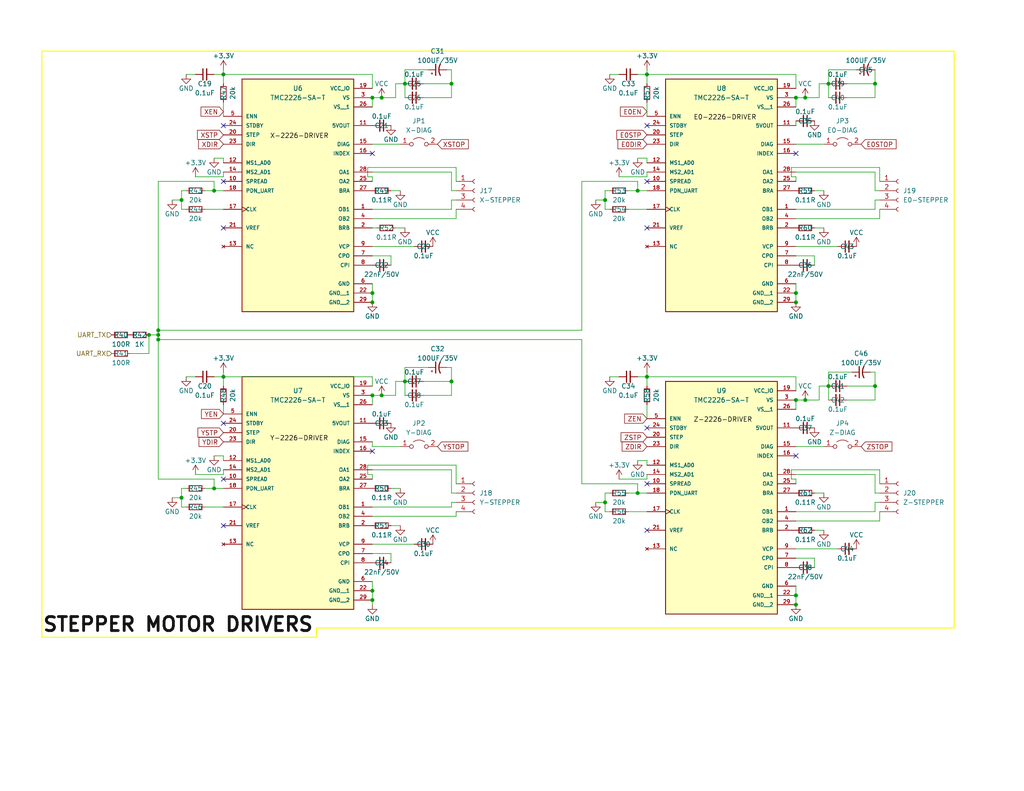
<source format=kicad_sch>
(kicad_sch (version 20211123) (generator eeschema)
  (paper "USLetter")
  (title_block (title "RP2040 Board") (rev "V0.1"))
  (lib_symbols
    (symbol "Connector:Conn_01x04_Female" (pin_names (offset 1.016) hide)
      (property "Reference" "J" (at 0 5.08 0))
      (property "Value" "Conn_01x04_Female" (at 0 -7.62 0))
      (symbol "Conn_01x04_Female_1_1"
        (arc (start 0 -4.572) (mid -0.508 -5.08) (end 0 -5.588) (stroke (width 0.1524)))
        (arc (start 0 -2.032) (mid -0.508 -2.54) (end 0 -3.048) (stroke (width 0.1524)))
        (polyline (pts (xy -1.27 -5.08) (xy -0.508 -5.08)) (stroke (width 0.1524)))
        (polyline (pts (xy -1.27 -2.54) (xy -0.508 -2.54)) (stroke (width 0.1524)))
        (polyline (pts (xy -1.27 0) (xy -0.508 0)) (stroke (width 0.1524)))
        (polyline (pts (xy -1.27 2.54) (xy -0.508 2.54)) (stroke (width 0.1524)))
        (arc (start 0 0.508) (mid -0.508 0) (end 0 -0.508) (stroke (width 0.1524)))
        (arc (start 0 3.048) (mid -0.508 2.54) (end 0 2.032) (stroke (width 0.1524)))
        (pin passive line (at -5.08 2.54 0) (length 3.81) (name "Pin_1") (number "1"))
        (pin passive line (at -5.08 0 0) (length 3.81) (name "Pin_2") (number "2"))
        (pin passive line (at -5.08 -2.54 0) (length 3.81) (name "Pin_3") (number "3"))
        (pin passive line (at -5.08 -5.08 0) (length 3.81) (name "Pin_4") (number "4"))
      )
    )
    (symbol "Device:C_Polarized_Small_US" (pin_numbers hide) (pin_names (offset 0.254) hide)
      (property "Reference" "C" (at 0.254 1.778 0))
      (property "Value" "C_Polarized_Small_US" (at 0.254 -2.032 0))
      (symbol "C_Polarized_Small_US_0_1"
        (polyline (pts (xy -1.524 0.508) (xy 1.524 0.508)) (stroke (width 0.3048)))
        (polyline (pts (xy -1.27 1.524) (xy -0.762 1.524)))
        (polyline (pts (xy -1.016 1.27) (xy -1.016 1.778)))
        (arc (start 1.524 -0.762) (mid 0 -0.3734) (end -1.524 -0.762) (stroke (width 0.3048)))
      )
      (symbol "C_Polarized_Small_US_1_1"
        (pin passive line (at 0 2.54 270) (length 2.032) (name "~") (number "1"))
        (pin passive line (at 0 -2.54 90) (length 2.032) (name "~") (number "2"))
      )
    )
    (symbol "Device:C_Small" (pin_numbers hide) (pin_names (offset 0.254) hide)
      (property "Reference" "C" (at 0.254 1.778 0))
      (property "Value" "C_Small" (at 0.254 -2.032 0))
      (symbol "C_Small_0_1"
        (polyline (pts (xy -1.524 -0.508) (xy 1.524 -0.508)) (stroke (width 0.3302)))
        (polyline (pts (xy -1.524 0.508) (xy 1.524 0.508)) (stroke (width 0.3048)))
      )
      (symbol "C_Small_1_1"
        (pin passive line (at 0 2.54 270) (length 2.032) (name "~") (number "1"))
        (pin passive line (at 0 -2.54 90) (length 2.032) (name "~") (number "2"))
      )
    )
    (symbol "Device:R_Small" (pin_numbers hide) (pin_names (offset 0.254) hide)
      (property "Reference" "R" (at 0.762 0.508 0))
      (property "Value" "R_Small" (at 0.762 -1.016 0))
      (symbol "R_Small_0_1"
        (rectangle (start -0.762 1.778) (end 0.762 -1.778) (stroke (width 0.2032)))
      )
      (symbol "R_Small_1_1"
        (pin passive line (at 0 2.54 270) (length 0.762) (name "~") (number "1"))
        (pin passive line (at 0 -2.54 90) (length 0.762) (name "~") (number "2"))
      )
    )
    (symbol "Jumper:Jumper_2_Open" (pin_names (offset 0) hide)
      (property "Reference" "JP" (at 0 2.794 0))
      (property "Value" "Jumper_2_Open" (at 0 -2.286 0))
      (symbol "Jumper_2_Open_0_0"
        (circle (center -2.032 0) (radius 0.508))
        (circle (center 2.032 0) (radius 0.508))
      )
      (symbol "Jumper_2_Open_0_1"
        (arc (start 1.524 1.27) (mid 0 1.778) (end -1.524 1.27))
      )
      (symbol "Jumper_2_Open_1_1"
        (pin passive line (at -5.08 0 0) (length 2.54) (name "A") (number "1"))
        (pin passive line (at 5.08 0 180) (length 2.54) (name "B") (number "2"))
      )
    )
    (symbol "TMC2226:TMC2226-SA-T" (pin_names (offset 1.016))
      (property "Reference" "U" (at -15.24 28.702 0))
      (property "Value" "TMC2226-SA-T" (at -15.24 -36.322 0))
      (symbol "TMC2226-SA-T_0_0"
        (rectangle (start -15.24 -35.56) (end 15.24 27.94) (stroke (width 0.254)) (fill (type background)))
        (pin output line (at 20.32 -7.62 180) (length 5.08) (name "OB1") (number "1"))
        (pin input line (at -20.32 0 0) (length 5.08) (name "SPREAD") (number "10"))
        (pin output line (at 20.32 15.24 180) (length 5.08) (name "5VOUT") (number "11"))
        (pin input line (at -20.32 5.08 0) (length 5.08) (name "MS1_AD0") (number "12"))
        (pin no_connect line (at -20.32 -17.78 0) (length 5.08) (name "NC") (number "13"))
        (pin input line (at -20.32 2.54 0) (length 5.08) (name "MS2_AD1") (number "14"))
        (pin output line (at 20.32 10.16 180) (length 5.08) (name "DIAG") (number "15"))
        (pin output line (at 20.32 7.62 180) (length 5.08) (name "INDEX") (number "16"))
        (pin input clock (at -20.32 -7.62 0) (length 5.08) (name "CLK") (number "17"))
        (pin bidirectional line (at -20.32 -2.54 0) (length 5.08) (name "PDN_UART") (number "18"))
        (pin power_in line (at 20.32 25.4 180) (length 5.08) (name "VCC_IO") (number "19"))
        (pin passive line (at 20.32 -12.7 180) (length 5.08) (name "BRB") (number "2"))
        (pin input line (at -20.32 12.7 0) (length 5.08) (name "STEP") (number "20"))
        (pin input line (at -20.32 -12.7 0) (length 5.08) (name "VREF") (number "21"))
        (pin power_in line (at 20.32 -30.48 180) (length 5.08) (name "GND__1") (number "22"))
        (pin input line (at -20.32 10.16 0) (length 5.08) (name "DIR") (number "23"))
        (pin input line (at -20.32 15.24 0) (length 5.08) (name "STDBY") (number "24"))
        (pin output line (at 20.32 0 180) (length 5.08) (name "OA2") (number "25"))
        (pin power_in line (at 20.32 20.32 180) (length 5.08) (name "VS__1") (number "26"))
        (pin passive line (at 20.32 -2.54 180) (length 5.08) (name "BRA") (number "27"))
        (pin output line (at 20.32 2.54 180) (length 5.08) (name "OA1") (number "28"))
        (pin power_in line (at 20.32 -33.02 180) (length 5.08) (name "GND__2") (number "29"))
        (pin power_in line (at 20.32 22.86 180) (length 5.08) (name "VS") (number "3"))
        (pin output line (at 20.32 -10.16 180) (length 5.08) (name "OB2") (number "4"))
        (pin input line (at -20.32 17.78 0) (length 5.08) (name "ENN") (number "5"))
        (pin power_in line (at 20.32 -27.94 180) (length 5.08) (name "GND") (number "6"))
        (pin passive line (at 20.32 -20.32 180) (length 5.08) (name "CPO") (number "7"))
        (pin passive line (at 20.32 -22.86 180) (length 5.08) (name "CPI") (number "8"))
        (pin passive line (at 20.32 -17.78 180) (length 5.08) (name "VCP") (number "9"))
      )
    )
    (symbol "power:+3.3V" (power) (pin_names (offset 0))
      (property "Value" "+3.3V" (at 0 3.556 0))
      (symbol "+3.3V_0_1"
        (polyline (pts (xy -0.762 1.27) (xy 0 2.54)))
        (polyline (pts (xy 0 0) (xy 0 2.54)))
        (polyline (pts (xy 0 2.54) (xy 0.762 1.27)))
      )
      (symbol "+3.3V_1_1"
        (pin power_in line (at 0 0 90) (length 0) hide (name "+3.3V") (number "1"))
      )
    )
    (symbol "power:GND" (power) (pin_names (offset 0))
      (property "Value" "GND" (at 0 -3.81 0))
      (symbol "GND_0_1"
        (polyline (pts (xy 0 0) (xy 0 -1.27) (xy 1.27 -1.27) (xy 0 -2.54) (xy -1.27 -1.27) (xy 0 -1.27)))
      )
      (symbol "GND_1_1"
        (pin power_in line (at 0 0 270) (length 0) hide (name "GND") (number "1"))
      )
    )
    (symbol "power:VCC" (power) (pin_names (offset 0))
      (property "Value" "VCC" (at 0 3.81 0))
      (symbol "VCC_0_1"
        (polyline (pts (xy -0.762 1.27) (xy 0 2.54)))
        (polyline (pts (xy 0 0) (xy 0 2.54)))
        (polyline (pts (xy 0 2.54) (xy 0.762 1.27)))
      )
      (symbol "VCC_1_1"
        (pin power_in line (at 0 0 90) (length 0) hide (name "VCC") (number "1"))
      )
    )
  )
  (junction (at 40.64 91.44))
  (junction (at 101.6 26.67))
  (junction (at 58.42 133.35))
  (junction (at 238.76 22.86))
  (junction (at 165.1 54.61))
  (junction (at 101.6 82.55))
  (junction (at 60.96 20.32))
  (junction (at 49.53 135.89))
  (junction (at 123.19 22.86))
  (junction (at 219.71 109.22))
  (junction (at 217.17 26.67))
  (junction (at 238.76 105.41))
  (junction (at 226.06 22.86))
  (junction (at 217.17 80.01))
  (junction (at 101.6 107.95))
  (junction (at 104.14 107.95))
  (junction (at 217.17 82.55))
  (junction (at 173.99 134.62))
  (junction (at 101.6 163.83))
  (junction (at 217.17 165.1))
  (junction (at 43.18 92.71))
  (junction (at 104.14 26.67))
  (junction (at 217.17 162.56))
  (junction (at 60.96 102.87))
  (junction (at 58.42 52.07))
  (junction (at 101.6 80.01))
  (junction (at 165.1 137.16))
  (junction (at 49.53 54.61))
  (junction (at 226.06 105.41))
  (junction (at 43.18 91.44))
  (junction (at 110.49 104.14))
  (junction (at 101.6 161.29))
  (junction (at 173.99 52.07))
  (junction (at 123.19 104.14))
  (junction (at 176.53 20.32))
  (junction (at 176.53 102.87))
  (junction (at 110.49 22.86))
  (junction (at 43.18 90.17))
  (junction (at 219.71 26.67))
  (junction (at 217.17 109.22))
  (no_connect (at 176.53 62.23))
  (no_connect (at 176.53 49.53))
  (no_connect (at 60.96 115.57))
  (no_connect (at 60.96 130.81))
  (no_connect (at 176.53 34.29))
  (no_connect (at 176.53 144.78))
  (no_connect (at 217.17 41.91))
  (no_connect (at 60.96 62.23))
  (no_connect (at 60.96 49.53))
  (no_connect (at 176.53 116.84))
  (no_connect (at 176.53 132.08))
  (no_connect (at 60.96 34.29))
  (no_connect (at 217.17 124.46))
  (no_connect (at 60.96 143.51))
  (no_connect (at 101.6 123.19))
  (no_connect (at 101.6 41.91))
  (wire (pts (xy 217.17 57.15) (xy 238.76 57.15)))
  (wire (pts (xy 223.52 105.41) (xy 226.06 105.41)))
  (wire (pts (xy 58.42 130.81) (xy 43.18 130.81)))
  (wire (pts (xy 238.76 52.07) (xy 240.03 52.07)))
  (wire (pts (xy 176.53 48.26) (xy 176.53 46.99)))
  (wire (pts (xy 217.17 20.32) (xy 217.17 24.13)))
  (wire (pts (xy 101.6 148.59) (xy 113.03 148.59)))
  (wire (pts (xy 58.42 20.32) (xy 60.96 20.32)))
  (wire (pts (xy 50.8 133.35) (xy 49.53 133.35)))
  (wire (pts (xy 58.42 124.46) (xy 60.96 124.46)))
  (wire (pts (xy 123.19 100.33) (xy 123.19 104.14)))
  (wire (pts (xy 176.53 20.32) (xy 217.17 20.32)))
  (wire (pts (xy 110.49 62.23) (xy 107.95 62.23)))
  (wire (pts (xy 43.18 92.71) (xy 158.75 92.71)))
  (wire (pts (xy 101.6 57.15) (xy 123.19 57.15)))
  (wire (pts (xy 101.6 121.92) (xy 101.6 120.65)))
  (wire (pts (xy 231.14 26.67) (xy 238.76 26.67)))
  (wire (pts (xy 100.33 45.72) (xy 124.46 45.72)))
  (wire (pts (xy 101.6 161.29) (xy 101.6 163.83)))
  (wire (pts (xy 226.06 22.86) (xy 226.06 26.67)))
  (wire (pts (xy 58.42 43.18) (xy 60.96 43.18)))
  (wire (pts (xy 60.96 102.87) (xy 101.6 102.87)))
  (wire (pts (xy 55.88 133.35) (xy 58.42 133.35)))
  (wire (pts (xy 101.6 26.67) (xy 101.6 29.21)))
  (wire (pts (xy 58.42 49.53) (xy 58.42 52.07)))
  (wire (pts (xy 233.68 19.05) (xy 226.06 19.05)))
  (wire (pts (xy 173.99 43.18) (xy 176.53 43.18)))
  (wire (pts (xy 55.88 52.07) (xy 58.42 52.07)))
  (wire (pts (xy 223.52 26.67) (xy 223.52 22.86)))
  (wire (pts (xy 101.6 20.32) (xy 101.6 24.13)))
  (wire (pts (xy 106.68 151.13) (xy 106.68 153.67)))
  (wire (pts (xy 176.53 130.81) (xy 176.53 129.54)))
  (wire (pts (xy 107.95 104.14) (xy 110.49 104.14)))
  (wire (pts (xy 35.56 96.52) (xy 40.64 96.52)))
  (wire (pts (xy 50.8 138.43) (xy 49.53 138.43)))
  (wire (pts (xy 173.99 125.73) (xy 176.53 125.73)))
  (wire (pts (xy 43.18 49.53) (xy 43.18 90.17)))
  (wire (pts (xy 232.41 101.6) (xy 226.06 101.6)))
  (wire (pts (xy 40.64 91.44) (xy 40.64 96.52)))
  (wire (pts (xy 217.17 77.47) (xy 217.17 80.01)))
  (wire (pts (xy 123.19 54.61) (xy 124.46 54.61)))
  (wire (pts (xy 101.6 129.54) (xy 100.33 129.54)))
  (wire (pts (xy 49.53 133.35) (xy 49.53 135.89)))
  (wire (pts (xy 238.76 19.05) (xy 238.76 22.86)))
  (wire (pts (xy 60.96 110.49) (xy 60.96 113.03)))
  (wire (pts (xy 226.06 19.05) (xy 226.06 22.86)))
  (wire (pts (xy 60.96 102.87) (xy 60.96 105.41)))
  (wire (pts (xy 238.76 134.62) (xy 240.03 134.62)))
  (wire (pts (xy 217.17 130.81) (xy 215.9 130.81)))
  (wire (pts (xy 107.95 107.95) (xy 107.95 104.14)))
  (wire (pts (xy 176.53 19.05) (xy 176.53 20.32)))
  (wire (pts (xy 165.1 139.7) (xy 165.1 137.16)))
  (polyline (pts (xy 260.35 13.97) (xy 260.35 171.45)) (stroke (width 0.25) (type solid) (color 255 248 0 1)))
  (wire (pts (xy 224.79 144.78) (xy 222.25 144.78)))
  (wire (pts (xy 217.17 152.4) (xy 222.25 152.4)))
  (wire (pts (xy 238.76 109.22) (xy 238.76 105.41)))
  (wire (pts (xy 60.96 20.32) (xy 60.96 22.86)))
  (wire (pts (xy 115.57 22.86) (xy 123.19 22.86)))
  (wire (pts (xy 217.17 67.31) (xy 228.6 67.31)))
  (wire (pts (xy 165.1 52.07) (xy 165.1 54.61)))
  (wire (pts (xy 217.17 142.24) (xy 240.03 142.24)))
  (wire (pts (xy 101.6 67.31) (xy 113.03 67.31)))
  (wire (pts (xy 217.17 46.99) (xy 238.76 46.99)))
  (wire (pts (xy 116.84 100.33) (xy 110.49 100.33)))
  (wire (pts (xy 217.17 139.7) (xy 238.76 139.7)))
  (wire (pts (xy 110.49 19.05) (xy 110.49 22.86)))
  (wire (pts (xy 217.17 26.67) (xy 217.17 29.21)))
  (wire (pts (xy 173.99 132.08) (xy 173.99 134.62)))
  (polyline (pts (xy 11.43 13.97) (xy 260.35 13.97)) (stroke (width 0.25) (type solid) (color 255 248 0 1)))
  (wire (pts (xy 107.95 22.86) (xy 110.49 22.86)))
  (wire (pts (xy 171.45 57.15) (xy 176.53 57.15)))
  (wire (pts (xy 109.22 52.07) (xy 106.68 52.07)))
  (wire (pts (xy 166.37 139.7) (xy 165.1 139.7)))
  (wire (pts (xy 231.14 22.86) (xy 238.76 22.86)))
  (wire (pts (xy 217.17 33.02) (xy 217.17 34.29)))
  (wire (pts (xy 101.6 69.85) (xy 106.68 69.85)))
  (wire (pts (xy 223.52 109.22) (xy 223.52 105.41)))
  (wire (pts (xy 50.8 102.87) (xy 53.34 102.87)))
  (wire (pts (xy 173.99 49.53) (xy 158.75 49.53)))
  (wire (pts (xy 176.53 43.18) (xy 176.53 44.45)))
  (wire (pts (xy 123.19 107.95) (xy 123.19 104.14)))
  (wire (pts (xy 60.96 101.6) (xy 60.96 102.87)))
  (wire (pts (xy 158.75 92.71) (xy 158.75 132.08)))
  (wire (pts (xy 123.19 19.05) (xy 123.19 22.86)))
  (wire (pts (xy 226.06 101.6) (xy 226.06 105.41)))
  (wire (pts (xy 238.76 137.16) (xy 240.03 137.16)))
  (wire (pts (xy 217.17 149.86) (xy 228.6 149.86)))
  (wire (pts (xy 176.53 125.73) (xy 176.53 127)))
  (wire (pts (xy 110.49 104.14) (xy 110.49 107.95)))
  (wire (pts (xy 60.96 20.32) (xy 101.6 20.32)))
  (wire (pts (xy 43.18 91.44) (xy 43.18 92.71)))
  (wire (pts (xy 217.17 80.01) (xy 217.17 82.55)))
  (polyline (pts (xy 86.36 171.45) (xy 86.36 173.99)) (stroke (width 0.25) (type solid) (color 255 248 0 1)))
  (wire (pts (xy 43.18 90.17) (xy 158.75 90.17)))
  (wire (pts (xy 215.9 128.27) (xy 240.03 128.27)))
  (wire (pts (xy 173.99 20.32) (xy 176.53 20.32)))
  (wire (pts (xy 168.91 48.26) (xy 176.53 48.26)))
  (wire (pts (xy 166.37 52.07) (xy 165.1 52.07)))
  (wire (pts (xy 166.37 102.87) (xy 168.91 102.87)))
  (wire (pts (xy 101.6 163.83) (xy 101.6 165.1)))
  (wire (pts (xy 101.6 80.01) (xy 101.6 82.55)))
  (wire (pts (xy 240.03 45.72) (xy 240.03 49.53)))
  (wire (pts (xy 166.37 20.32) (xy 168.91 20.32)))
  (wire (pts (xy 162.56 137.16) (xy 165.1 137.16)))
  (wire (pts (xy 46.99 54.61) (xy 49.53 54.61)))
  (wire (pts (xy 53.34 48.26) (xy 60.96 48.26)))
  (wire (pts (xy 123.19 46.99) (xy 123.19 52.07)))
  (wire (pts (xy 121.92 100.33) (xy 123.19 100.33)))
  (wire (pts (xy 58.42 133.35) (xy 58.42 130.81)))
  (wire (pts (xy 46.99 135.89) (xy 49.53 135.89)))
  (wire (pts (xy 116.84 19.05) (xy 110.49 19.05)))
  (wire (pts (xy 166.37 134.62) (xy 165.1 134.62)))
  (wire (pts (xy 123.19 52.07) (xy 124.46 52.07)))
  (wire (pts (xy 217.17 102.87) (xy 217.17 106.68)))
  (wire (pts (xy 124.46 127) (xy 124.46 132.08)))
  (wire (pts (xy 176.53 102.87) (xy 217.17 102.87)))
  (wire (pts (xy 224.79 52.07) (xy 222.25 52.07)))
  (wire (pts (xy 238.76 129.54) (xy 238.76 134.62)))
  (wire (pts (xy 60.96 43.18) (xy 60.96 44.45)))
  (wire (pts (xy 215.9 48.26) (xy 215.9 45.72)))
  (wire (pts (xy 238.76 139.7) (xy 238.76 137.16)))
  (wire (pts (xy 60.96 48.26) (xy 60.96 46.99)))
  (wire (pts (xy 215.9 130.81) (xy 215.9 128.27)))
  (wire (pts (xy 101.6 102.87) (xy 101.6 105.41)))
  (wire (pts (xy 240.03 142.24) (xy 240.03 139.7)))
  (wire (pts (xy 176.53 110.49) (xy 176.53 114.3)))
  (wire (pts (xy 43.18 49.53) (xy 58.42 49.53)))
  (wire (pts (xy 58.42 133.35) (xy 60.96 133.35)))
  (wire (pts (xy 219.71 109.22) (xy 223.52 109.22)))
  (wire (pts (xy 115.57 104.14) (xy 123.19 104.14)))
  (wire (pts (xy 60.96 129.54) (xy 60.96 128.27)))
  (wire (pts (xy 101.6 140.97) (xy 124.46 140.97)))
  (wire (pts (xy 100.33 127) (xy 124.46 127)))
  (wire (pts (xy 40.64 91.44) (xy 43.18 91.44)))
  (wire (pts (xy 109.22 133.35) (xy 106.68 133.35)))
  (wire (pts (xy 104.14 107.95) (xy 107.95 107.95)))
  (wire (pts (xy 217.17 129.54) (xy 238.76 129.54)))
  (wire (pts (xy 100.33 48.26) (xy 100.33 45.72)))
  (polyline (pts (xy 260.35 171.45) (xy 86.36 171.45)) (stroke (width 0.25) (type solid) (color 255 248 0 1)))
  (wire (pts (xy 176.53 102.87) (xy 176.53 105.41)))
  (wire (pts (xy 123.19 26.67) (xy 123.19 22.86)))
  (polyline (pts (xy 11.43 173.99) (xy 11.43 13.97)) (stroke (width 0.25) (type solid) (color 255 248 0 1)))
  (wire (pts (xy 158.75 132.08) (xy 173.99 132.08)))
  (wire (pts (xy 115.57 26.67) (xy 123.19 26.67)))
  (wire (pts (xy 240.03 128.27) (xy 240.03 132.08)))
  (wire (pts (xy 101.6 138.43) (xy 123.19 138.43)))
  (wire (pts (xy 176.53 27.94) (xy 176.53 31.75)))
  (wire (pts (xy 238.76 54.61) (xy 240.03 54.61)))
  (wire (pts (xy 101.6 59.69) (xy 124.46 59.69)))
  (wire (pts (xy 53.34 129.54) (xy 60.96 129.54)))
  (wire (pts (xy 217.17 121.92) (xy 224.79 121.92)))
  (wire (pts (xy 176.53 20.32) (xy 176.53 22.86)))
  (wire (pts (xy 43.18 90.17) (xy 43.18 91.44)))
  (wire (pts (xy 104.14 26.67) (xy 107.95 26.67)))
  (wire (pts (xy 171.45 52.07) (xy 173.99 52.07)))
  (wire (pts (xy 224.79 134.62) (xy 222.25 134.62)))
  (wire (pts (xy 165.1 134.62) (xy 165.1 137.16)))
  (wire (pts (xy 171.45 134.62) (xy 173.99 134.62)))
  (wire (pts (xy 101.6 158.75) (xy 101.6 161.29)))
  (wire (pts (xy 101.6 46.99) (xy 123.19 46.99)))
  (wire (pts (xy 123.19 137.16) (xy 124.46 137.16)))
  (wire (pts (xy 101.6 121.92) (xy 109.22 121.92)))
  (wire (pts (xy 168.91 130.81) (xy 176.53 130.81)))
  (wire (pts (xy 173.99 52.07) (xy 176.53 52.07)))
  (wire (pts (xy 123.19 128.27) (xy 123.19 134.62)))
  (wire (pts (xy 50.8 52.07) (xy 49.53 52.07)))
  (wire (pts (xy 176.53 101.6) (xy 176.53 102.87)))
  (wire (pts (xy 217.17 69.85) (xy 222.25 69.85)))
  (wire (pts (xy 224.79 62.23) (xy 222.25 62.23)))
  (wire (pts (xy 121.92 19.05) (xy 123.19 19.05)))
  (wire (pts (xy 217.17 49.53) (xy 217.17 48.26)))
  (wire (pts (xy 101.6 151.13) (xy 106.68 151.13)))
  (wire (pts (xy 222.25 152.4) (xy 222.25 154.94)))
  (wire (pts (xy 217.17 109.22) (xy 217.17 111.76)))
  (wire (pts (xy 231.14 105.41) (xy 238.76 105.41)))
  (wire (pts (xy 101.6 26.67) (xy 104.14 26.67)))
  (wire (pts (xy 60.96 19.05) (xy 60.96 20.32)))
  (wire (pts (xy 115.57 107.95) (xy 123.19 107.95)))
  (wire (pts (xy 217.17 132.08) (xy 217.17 130.81)))
  (wire (pts (xy 107.95 26.67) (xy 107.95 22.86)))
  (wire (pts (xy 166.37 57.15) (xy 165.1 57.15)))
  (wire (pts (xy 102.87 62.23) (xy 101.6 62.23)))
  (wire (pts (xy 123.19 57.15) (xy 123.19 54.61)))
  (wire (pts (xy 173.99 102.87) (xy 176.53 102.87)))
  (wire (pts (xy 240.03 59.69) (xy 240.03 57.15)))
  (wire (pts (xy 165.1 57.15) (xy 165.1 54.61)))
  (wire (pts (xy 101.6 49.53) (xy 101.6 48.26)))
  (wire (pts (xy 238.76 57.15) (xy 238.76 54.61)))
  (wire (pts (xy 101.6 129.54) (xy 101.6 130.81)))
  (wire (pts (xy 124.46 45.72) (xy 124.46 49.53)))
  (wire (pts (xy 101.6 107.95) (xy 104.14 107.95)))
  (wire (pts (xy 217.17 48.26) (xy 215.9 48.26)))
  (wire (pts (xy 110.49 22.86) (xy 110.49 26.67)))
  (wire (pts (xy 238.76 101.6) (xy 238.76 105.41)))
  (wire (pts (xy 223.52 22.86) (xy 226.06 22.86)))
  (wire (pts (xy 217.17 160.02) (xy 217.17 162.56)))
  (wire (pts (xy 123.19 134.62) (xy 124.46 134.62)))
  (wire (pts (xy 173.99 134.62) (xy 176.53 134.62)))
  (wire (pts (xy 124.46 140.97) (xy 124.46 139.7)))
  (wire (pts (xy 109.22 143.51) (xy 106.68 143.51)))
  (wire (pts (xy 101.6 48.26) (xy 100.33 48.26)))
  (wire (pts (xy 217.17 59.69) (xy 240.03 59.69)))
  (wire (pts (xy 162.56 54.61) (xy 165.1 54.61)))
  (wire (pts (xy 124.46 59.69) (xy 124.46 57.15)))
  (wire (pts (xy 100.33 129.54) (xy 100.33 127)))
  (wire (pts (xy 101.6 77.47) (xy 101.6 80.01)))
  (wire (pts (xy 58.42 52.07) (xy 60.96 52.07)))
  (wire (pts (xy 219.71 26.67) (xy 223.52 26.67)))
  (wire (pts (xy 173.99 52.07) (xy 173.99 49.53)))
  (wire (pts (xy 50.8 20.32) (xy 53.34 20.32)))
  (wire (pts (xy 217.17 162.56) (xy 217.17 165.1)))
  (wire (pts (xy 231.14 109.22) (xy 238.76 109.22)))
  (wire (pts (xy 171.45 139.7) (xy 176.53 139.7)))
  (wire (pts (xy 101.6 107.95) (xy 101.6 110.49)))
  (wire (pts (xy 60.96 124.46) (xy 60.96 125.73)))
  (wire (pts (xy 238.76 26.67) (xy 238.76 22.86)))
  (wire (pts (xy 222.25 69.85) (xy 222.25 72.39)))
  (wire (pts (xy 60.96 27.94) (xy 60.96 31.75)))
  (wire (pts (xy 55.88 138.43) (xy 60.96 138.43)))
  (wire (pts (xy 43.18 92.71) (xy 43.18 130.81)))
  (wire (pts (xy 49.53 57.15) (xy 49.53 54.61)))
  (wire (pts (xy 217.17 109.22) (xy 219.71 109.22)))
  (wire (pts (xy 226.06 105.41) (xy 226.06 109.22)))
  (wire (pts (xy 101.6 39.37) (xy 109.22 39.37)))
  (wire (pts (xy 217.17 39.37) (xy 224.79 39.37)))
  (wire (pts (xy 110.49 100.33) (xy 110.49 104.14)))
  (wire (pts (xy 58.42 102.87) (xy 60.96 102.87)))
  (wire (pts (xy 217.17 26.67) (xy 219.71 26.67)))
  (wire (pts (xy 123.19 138.43) (xy 123.19 137.16)))
  (wire (pts (xy 106.68 69.85) (xy 106.68 72.39)))
  (wire (pts (xy 238.76 46.99) (xy 238.76 52.07)))
  (wire (pts (xy 237.49 101.6) (xy 238.76 101.6)))
  (wire (pts (xy 49.53 52.07) (xy 49.53 54.61)))
  (polyline (pts (xy 11.43 173.99) (xy 86.36 173.99)) (stroke (width 0.25) (type solid) (color 255 248 0 1)))
  (wire (pts (xy 49.53 138.43) (xy 49.53 135.89)))
  (wire (pts (xy 215.9 45.72) (xy 240.03 45.72)))
  (wire (pts (xy 101.6 128.27) (xy 123.19 128.27)))
  (wire (pts (xy 50.8 57.15) (xy 49.53 57.15)))
  (wire (pts (xy 158.75 49.53) (xy 158.75 90.17)))
  (wire (pts (xy 55.88 57.15) (xy 60.96 57.15)))
  (label "E0-2226-DRIVER" (at 189.23 33.02 0))
  (label "X-2226-DRIVER" (at 73.66 38.1 0))
  (label "STEPPER MOTOR DRIVERS" (at 11.43 173.99 0) (effects (font (size 3.81 3.81) (thickness 0.762) bold)))
  (label "Z-2226-DRIVER" (at 189.23 115.57 0))
  (label "Y-2226-DRIVER" (at 73.66 120.65 0))
  (global_label "XEN" (shape input) (at 60.96 30.48 180) (property "Intersheet References" "${INTERSHEET_REFS}" (effects hide)))
  (global_label "E0STP" (shape input) (at 176.53 36.83 180) (property "Intersheet References" "${INTERSHEET_REFS}" (effects hide)))
  (global_label "XSTOP" (shape input) (at 119.38 39.37 0) (property "Intersheet References" "${INTERSHEET_REFS}" (effects hide)))
  (global_label "ZSTP" (shape input) (at 176.53 119.38 180) (property "Intersheet References" "${INTERSHEET_REFS}" (effects hide)))
  (global_label "YEN" (shape input) (at 60.96 113.03 180) (property "Intersheet References" "${INTERSHEET_REFS}" (effects hide)))
  (global_label "YSTOP" (shape input) (at 119.38 121.92 0) (property "Intersheet References" "${INTERSHEET_REFS}" (effects hide)))
  (global_label "ZDIR" (shape input) (at 176.53 121.92 180) (property "Intersheet References" "${INTERSHEET_REFS}" (effects hide)))
  (global_label "ZSTOP" (shape input) (at 234.95 121.92 0) (property "Intersheet References" "${INTERSHEET_REFS}" (effects hide)))
  (global_label "ZEN" (shape input) (at 176.53 114.3 180) (property "Intersheet References" "${INTERSHEET_REFS}" (effects hide)))
  (global_label "YSTP" (shape input) (at 60.96 118.11 180) (property "Intersheet References" "${INTERSHEET_REFS}" (effects hide)))
  (global_label "YDIR" (shape input) (at 60.96 120.65 180) (property "Intersheet References" "${INTERSHEET_REFS}" (effects hide)))
  (global_label "E0DIR" (shape input) (at 176.53 39.37 180) (property "Intersheet References" "${INTERSHEET_REFS}" (effects hide)))
  (global_label "E0EN" (shape input) (at 176.53 30.48 180) (property "Intersheet References" "${INTERSHEET_REFS}" (effects hide)))
  (global_label "XSTP" (shape input) (at 60.96 36.83 180) (property "Intersheet References" "${INTERSHEET_REFS}" (effects hide)))
  (global_label "E0STOP" (shape input) (at 234.95 39.37 0) (property "Intersheet References" "${INTERSHEET_REFS}" (effects hide)))
  (global_label "XDIR" (shape input) (at 60.96 39.37 180) (property "Intersheet References" "${INTERSHEET_REFS}" (effects hide)))
  (hierarchical_label "UART_TX" (shape input) (at 30.48 91.44 180))
  (hierarchical_label "UART_RX" (shape input) (at 30.48 96.52 180))
  (symbol (lib_id "power:VCC") (at 219.71 109.22 0) (unit 1)
    (property "Reference" "#PWR0196" (effects hide))
    (property "Value" "VCC" (at 219.71 105.41 0))
  )
  (symbol (lib_id "power:GND") (at 109.22 143.51 0) (unit 1)
    (property "Reference" "#PWR0175" (effects hide))
    (property "Value" "GND" (at 109.22 147.32 0))
  )
  (symbol (lib_id "power:GND") (at 162.56 54.61 0) (unit 1)
    (property "Reference" "#PWR0189" (effects hide))
    (property "Value" "GND" (at 162.56 58.42 0))
  )
  (symbol (lib_id "Device:R_Small") (at 60.96 25.4 0) (unit 1)
    (property "Reference" "R47" (at 60.96 25.4 90))
    (property "Value" "20k" (at 63.5 25.4 90))
  )
  (symbol (lib_id "Device:C_Small") (at 228.6 22.86 270) (unit 1)
    (property "Reference" "C39" (at 228.6 22.86 90))
    (property "Value" "0.1uF" (at 228.6 20.32 90))
  )
  (symbol (lib_id "power:VCC") (at 233.68 67.31 0) (unit 1)
    (property "Reference" "#PWR0194" (effects hide))
    (property "Value" "VCC" (at 233.68 63.5 0))
  )
  (symbol (lib_id "power:+3.3V") (at 168.91 130.81 0) (unit 1)
    (property "Reference" "#PWR0181" (effects hide))
    (property "Value" "+3.3V" (at 168.91 127 0))
  )
  (symbol (lib_id "Device:C_Small") (at 104.14 34.29 270) (unit 1)
    (property "Reference" "C21" (at 104.14 34.29 90))
    (property "Value" "0.1uF" (at 104.14 31.75 90))
  )
  (symbol (lib_id "power:VCC") (at 233.68 149.86 0) (unit 1)
    (property "Reference" "#PWR0185" (effects hide))
    (property "Value" "VCC" (at 233.68 146.05 0))
  )
  (symbol (lib_id "power:GND") (at 166.37 102.87 0) (unit 1)
    (property "Reference" "#PWR0184" (effects hide))
    (property "Value" "GND" (at 166.37 106.68 0))
  )
  (symbol (lib_id "Connector:Conn_01x04_Female") (at 129.54 134.62 0) (unit 1)
    (property "Reference" "J18" (at 130.81 134.6199 0) (effects (justify left)))
    (property "Value" "Y-STEPPER" (at 130.81 137.1599 0) (effects (justify left)))
  )
  (symbol (lib_id "power:GND") (at 58.42 124.46 0) (unit 1)
    (property "Reference" "#PWR0179" (effects hide))
    (property "Value" "GND" (at 58.42 128.27 0))
  )
  (symbol (lib_id "power:VCC") (at 219.71 26.67 0) (unit 1)
    (property "Reference" "#PWR0191" (effects hide))
    (property "Value" "VCC" (at 219.71 22.86 0))
  )
  (symbol (lib_id "power:VCC") (at 104.14 107.95 0) (unit 1)
    (property "Reference" "#PWR0171" (effects hide))
    (property "Value" "VCC" (at 104.14 104.14 0))
  )
  (symbol (lib_id "Device:R_Small") (at 219.71 52.07 90) (unit 1)
    (property "Reference" "R59" (at 219.71 52.07 90))
    (property "Value" "0.11R" (at 219.71 54.61 90))
  )
  (symbol (lib_id "Device:R_Small") (at 104.14 133.35 90) (unit 1)
    (property "Reference" "R50" (at 104.14 133.35 90))
    (property "Value" "0.11R" (at 104.14 135.89 90))
  )
  (symbol (lib_id "power:+3.3V") (at 176.53 19.05 0) (unit 1)
    (property "Reference" "#PWR0198" (effects hide))
    (property "Value" "+3.3V" (at 176.53 15.24 0))
  )
  (symbol (lib_id "Device:C_Small") (at 219.71 116.84 270) (unit 1)
    (property "Reference" "C37" (at 219.71 116.84 90))
    (property "Value" "0.1uF" (at 219.71 114.3 90))
  )
  (symbol (lib_id "power:GND") (at 166.37 20.32 0) (unit 1)
    (property "Reference" "#PWR0199" (effects hide))
    (property "Value" "GND" (at 166.37 24.13 0))
  )
  (symbol (lib_id "TMC2226:TMC2226-SA-T") (at 81.28 49.53 0) (unit 1)
    (property "Reference" "U6" (at 81.28 24.13 0))
    (property "Value" "TMC2226-SA-T" (at 81.28 26.67 0))
    (property "Footprint" "SOP65P640X120-29N" (effects hide))
    (property "MAXIMUM_PACKAGE_HEIGHT" "1.2mm" (effects hide))
    (property "MANUFACTURER" "Trinamic" (effects hide))
    (property "PARTREV" "V1.08" (effects hide))
    (property "STANDARD" "IPC 7351B" (effects hide))
  )
  (symbol (lib_id "power:+3.3V") (at 168.91 48.26 0) (unit 1)
    (property "Reference" "#PWR0201" (effects hide))
    (property "Value" "+3.3V" (at 168.91 44.45 0))
  )
  (symbol (lib_id "power:GND") (at 58.42 43.18 0) (unit 1)
    (property "Reference" "#PWR0204" (effects hide))
    (property "Value" "GND" (at 58.42 46.99 0))
  )
  (symbol (lib_id "Device:C_Polarized_Small_US") (at 119.38 19.05 90) (unit 1)
    (property "Reference" "C31" (at 119.38 13.97 90))
    (property "Value" "100UF/35V" (at 119.38 16.51 90))
  )
  (symbol (lib_id "power:GND") (at 106.68 115.57 0) (unit 1)
    (property "Reference" "#PWR0170" (effects hide))
    (property "Value" "GND" (at 106.68 119.38 0))
  )
  (symbol (lib_id "power:GND") (at 217.17 82.55 0) (unit 1)
    (property "Reference" "#PWR0195" (effects hide))
    (property "Value" "GND" (at 217.17 86.36 0))
  )
  (symbol (lib_id "Device:R_Small") (at 53.34 138.43 270) (unit 1)
    (property "Reference" "R46" (at 53.34 138.43 90))
    (property "Value" "20k" (at 53.34 140.97 90))
  )
  (symbol (lib_id "power:GND") (at 101.6 165.1 0) (unit 1)
    (property "Reference" "#PWR0169" (effects hide))
    (property "Value" "GND" (at 101.6 168.91 0))
  )
  (symbol (lib_id "Device:C_Small") (at 219.71 33.02 270) (unit 1)
    (property "Reference" "C35" (at 219.71 33.02 90))
    (property "Value" "0.1uF" (at 219.71 30.48 90))
  )
  (symbol (lib_id "Device:R_Small") (at 219.71 62.23 270) (unit 1)
    (property "Reference" "R60" (at 219.71 62.23 90))
    (property "Value" "0.11R" (at 219.71 64.77 90))
  )
  (symbol (lib_id "power:+3.3V") (at 60.96 19.05 0) (unit 1)
    (property "Reference" "#PWR0203" (effects hide))
    (property "Value" "+3.3V" (at 60.96 15.24 0))
  )
  (symbol (lib_id "Device:C_Small") (at 104.14 153.67 90) (unit 1)
    (property "Reference" "C24" (at 104.14 153.67 90))
    (property "Value" "22nF/50V" (at 104.14 156.21 90))
  )
  (symbol (lib_id "Device:C_Small") (at 113.03 22.86 270) (unit 1)
    (property "Reference" "C25" (at 113.03 22.86 90))
    (property "Value" "0.1uF" (at 113.03 20.32 90))
  )
  (symbol (lib_id "Connector:Conn_01x04_Female") (at 129.54 52.07 0) (unit 1)
    (property "Reference" "J17" (at 130.81 52.0699 0) (effects (justify left)))
    (property "Value" "X-STEPPER" (at 130.81 54.6099 0) (effects (justify left)))
  )
  (symbol (lib_id "Device:C_Small") (at 113.03 104.14 270) (unit 1)
    (property "Reference" "C27" (at 113.03 104.14 90))
    (property "Value" "0.1uF" (at 113.03 101.6 90))
  )
  (symbol (lib_id "TMC2226:TMC2226-SA-T") (at 196.85 49.53 0) (unit 1)
    (property "Reference" "U8" (at 196.85 24.13 0))
    (property "Value" "TMC2226-SA-T" (at 196.85 26.67 0))
    (property "Footprint" "SOP65P640X120-29N" (effects hide))
    (property "MAXIMUM_PACKAGE_HEIGHT" "1.2mm" (effects hide))
    (property "MANUFACTURER" "Trinamic" (effects hide))
    (property "PARTREV" "V1.08" (effects hide))
    (property "STANDARD" "IPC 7351B" (effects hide))
  )
  (symbol (lib_id "power:GND") (at 162.56 137.16 0) (unit 1)
    (property "Reference" "#PWR0183" (effects hide))
    (property "Value" "GND" (at 162.56 140.97 0))
  )
  (symbol (lib_id "power:GND") (at 222.25 33.02 0) (unit 1)
    (property "Reference" "#PWR0190" (effects hide))
    (property "Value" "GND" (at 222.25 36.83 0))
  )
  (symbol (lib_id "Device:C_Small") (at 115.57 67.31 90) (unit 1)
    (property "Reference" "C29" (at 115.57 67.31 90))
    (property "Value" "0.1uF" (at 115.57 69.85 90))
  )
  (symbol (lib_id "TMC2226:TMC2226-SA-T") (at 81.28 130.81 0) (unit 1)
    (property "Reference" "U7" (at 81.28 106.68 0))
    (property "Value" "TMC2226-SA-T" (at 81.28 109.22 0))
    (property "Footprint" "SOP65P640X120-29N" (effects hide))
    (property "MAXIMUM_PACKAGE_HEIGHT" "1.2mm" (effects hide))
    (property "MANUFACTURER" "Trinamic" (effects hide))
    (property "PARTREV" "V1.08" (effects hide))
    (property "STANDARD" "IPC 7351B" (effects hide))
  )
  (symbol (lib_id "Device:R_Small") (at 105.41 62.23 270) (unit 1)
    (property "Reference" "R52" (at 105.41 62.23 90))
    (property "Value" "0.11R" (at 105.41 64.77 90))
  )
  (symbol (lib_id "Device:R_Small") (at 53.34 133.35 270) (unit 1)
    (property "Reference" "R45" (at 53.34 133.35 90))
    (property "Value" "20k" (at 53.34 135.89 90))
  )
  (symbol (lib_id "Device:R_Small") (at 33.02 96.52 270) (unit 1)
    (property "Reference" "R41" (at 33.02 96.52 90))
    (property "Value" "100R" (at 33.02 99.06 90))
  )
  (symbol (lib_id "Device:C_Polarized_Small_US") (at 234.95 101.6 90) (unit 1)
    (property "Reference" "C46" (at 234.95 96.52 90))
    (property "Value" "100UF/35V" (at 234.95 99.06 90))
  )
  (symbol (lib_id "power:GND") (at 50.8 20.32 0) (unit 1)
    (property "Reference" "#PWR0202" (effects hide))
    (property "Value" "GND" (at 50.8 24.13 0))
  )
  (symbol (lib_id "Device:C_Small") (at 228.6 109.22 270) (unit 1)
    (property "Reference" "C42" (at 228.6 109.22 90))
    (property "Value" "0.1uF" (at 228.6 111.76 90))
  )
  (symbol (lib_id "Device:C_Small") (at 171.45 20.32 90) (unit 1)
    (property "Reference" "C33" (at 171.45 22.86 90))
    (property "Value" "0.1uF" (at 171.45 25.4 90))
  )
  (symbol (lib_id "power:GND") (at 106.68 34.29 0) (unit 1)
    (property "Reference" "#PWR0211" (effects hide))
    (property "Value" "GND" (at 106.68 38.1 0))
  )
  (symbol (lib_id "power:GND") (at 224.79 52.07 0) (unit 1)
    (property "Reference" "#PWR0193" (effects hide))
    (property "Value" "GND" (at 224.79 55.88 0))
  )
  (symbol (lib_id "Device:R_Small") (at 176.53 25.4 0) (unit 1)
    (property "Reference" "R57" (at 176.53 25.4 90))
    (property "Value" "20k" (at 179.07 25.4 90))
  )
  (symbol (lib_id "power:+3.3V") (at 60.96 101.6 0) (unit 1)
    (property "Reference" "#PWR0172" (effects hide))
    (property "Value" "+3.3V" (at 60.96 97.79 0))
  )
  (symbol (lib_id "Connector:Conn_01x04_Female") (at 245.11 52.07 0) (unit 1)
    (property "Reference" "J19" (at 246.38 52.0699 0) (effects (justify left)))
    (property "Value" "E0-STEPPER" (at 246.38 54.6099 0) (effects (justify left)))
  )
  (symbol (lib_id "Device:R_Small") (at 168.91 57.15 270) (unit 1)
    (property "Reference" "R54" (at 168.91 57.15 90))
    (property "Value" "20k" (at 168.91 59.69 90))
  )
  (symbol (lib_id "power:VCC") (at 118.11 148.59 0) (unit 1)
    (property "Reference" "#PWR0176" (effects hide))
    (property "Value" "VCC" (at 118.11 144.78 0))
  )
  (symbol (lib_id "Device:C_Polarized_Small_US") (at 119.38 100.33 90) (unit 1)
    (property "Reference" "C32" (at 119.38 95.25 90))
    (property "Value" "100UF/35V" (at 119.38 97.79 90))
  )
  (symbol (lib_id "power:GND") (at 217.17 165.1 0) (unit 1)
    (property "Reference" "#PWR0187" (effects hide))
    (property "Value" "GND" (at 217.17 168.91 0))
  )
  (symbol (lib_id "power:+3.3V") (at 53.34 129.54 0) (unit 1)
    (property "Reference" "#PWR0178" (effects hide))
    (property "Value" "+3.3V" (at 53.34 125.73 0))
  )
  (symbol (lib_id "power:GND") (at 101.6 82.55 0) (unit 1)
    (property "Reference" "#PWR0209" (effects hide))
    (property "Value" "GND" (at 101.6 86.36 0))
  )
  (symbol (lib_id "Device:R_Small") (at 104.14 143.51 270) (unit 1)
    (property "Reference" "R51" (at 104.14 143.51 90))
    (property "Value" "0.11R" (at 104.14 146.05 90))
  )
  (symbol (lib_id "Device:R_Small") (at 168.91 52.07 270) (unit 1)
    (property "Reference" "R53" (at 168.91 52.07 90))
    (property "Value" "20k" (at 168.91 54.61 90))
  )
  (symbol (lib_id "Device:C_Polarized_Small_US") (at 236.22 19.05 90) (unit 1)
    (property "Reference" "C45" (at 236.22 19.05 90))
    (property "Value" "100UF/35V" (at 236.22 16.51 90))
  )
  (symbol (lib_id "Device:C_Small") (at 55.88 20.32 90) (unit 1)
    (property "Reference" "C19" (at 55.88 22.86 90))
    (property "Value" "0.1uF" (at 55.88 25.4 90))
  )
  (symbol (lib_id "Device:R_Small") (at 219.71 144.78 270) (unit 1)
    (property "Reference" "R62" (at 219.71 144.78 90))
    (property "Value" "0.11R" (at 219.71 147.32 90))
  )
  (symbol (lib_id "Device:C_Small") (at 228.6 26.67 270) (unit 1)
    (property "Reference" "C40" (at 228.6 26.67 90))
    (property "Value" "0.1uF" (at 228.6 29.21 90))
  )
  (symbol (lib_id "Device:C_Small") (at 113.03 26.67 270) (unit 1)
    (property "Reference" "C26" (at 113.03 26.67 90))
    (property "Value" "0.1uF" (at 113.03 29.21 90))
  )
  (symbol (lib_id "power:GND") (at 222.25 116.84 0) (unit 1)
    (property "Reference" "#PWR0197" (effects hide))
    (property "Value" "GND" (at 222.25 120.65 0))
  )
  (symbol (lib_id "Device:C_Small") (at 171.45 102.87 90) (unit 1)
    (property "Reference" "C34" (at 171.45 105.41 90))
    (property "Value" "0.1uF" (at 171.45 107.95 90))
  )
  (symbol (lib_id "Connector:Conn_01x04_Female") (at 245.11 134.62 0) (unit 1)
    (property "Reference" "J20" (at 246.38 134.6199 0) (effects (justify left)))
    (property "Value" "Z-STEPPER" (at 246.38 137.1599 0) (effects (justify left)))
  )
  (symbol (lib_id "Device:C_Small") (at 113.03 107.95 270) (unit 1)
    (property "Reference" "C28" (at 113.03 107.95 90))
    (property "Value" "0.1uF" (at 113.03 110.49 90))
  )
  (symbol (lib_id "power:GND") (at 46.99 135.89 0) (unit 1)
    (property "Reference" "#PWR0177" (effects hide))
    (property "Value" "GND" (at 46.99 139.7 0))
  )
  (symbol (lib_id "Jumper:Jumper_2_Open") (at 229.87 39.37 0) (unit 1)
    (property "Reference" "JP3" (at 229.87 33.02 0))
    (property "Value" "E0-DIAG" (at 229.87 35.56 0))
  )
  (symbol (lib_id "Device:R_Small") (at 60.96 107.95 0) (unit 1)
    (property "Reference" "R48" (at 60.96 107.95 90))
    (property "Value" "20k" (at 63.5 107.95 90))
  )
  (symbol (lib_id "power:GND") (at 50.8 102.87 0) (unit 1)
    (property "Reference" "#PWR0173" (effects hide))
    (property "Value" "GND" (at 50.8 106.68 0))
  )
  (symbol (lib_id "power:VCC") (at 104.14 26.67 0) (unit 1)
    (property "Reference" "#PWR0212" (effects hide))
    (property "Value" "VCC" (at 104.14 22.86 0))
  )
  (symbol (lib_id "Device:R_Small") (at 33.02 91.44 270) (unit 1)
    (property "Reference" "R40" (at 33.02 91.44 90))
    (property "Value" "100R" (at 33.02 93.98 90))
  )
  (symbol (lib_id "Device:R_Small") (at 53.34 52.07 270) (unit 1)
    (property "Reference" "R43" (at 53.34 52.07 90))
    (property "Value" "20k" (at 53.34 54.61 90))
  )
  (symbol (lib_id "power:GND") (at 173.99 43.18 0) (unit 1)
    (property "Reference" "#PWR0200" (effects hide))
    (property "Value" "GND" (at 173.99 46.99 0))
  )
  (symbol (lib_id "power:GND") (at 110.49 62.23 0) (unit 1)
    (property "Reference" "#PWR0206" (effects hide))
    (property "Value" "GND" (at 110.49 66.04 0))
  )
  (symbol (lib_id "power:+3.3V") (at 176.53 101.6 0) (unit 1)
    (property "Reference" "#PWR0182" (effects hide))
    (property "Value" "+3.3V" (at 176.53 97.79 0))
  )
  (symbol (lib_id "Device:C_Small") (at 231.14 67.31 90) (unit 1)
    (property "Reference" "C43" (at 231.14 67.31 90))
    (property "Value" "0.1uF" (at 231.14 69.85 90))
  )
  (symbol (lib_id "Device:C_Small") (at 104.14 72.39 90) (unit 1)
    (property "Reference" "C22" (at 104.14 72.39 90))
    (property "Value" "22nF/50V" (at 104.14 74.93 90))
  )
  (symbol (lib_id "Device:C_Small") (at 219.71 154.94 90) (unit 1)
    (property "Reference" "C38" (at 219.71 154.94 90))
    (property "Value" "22nF/50V" (at 219.71 157.48 90))
  )
  (symbol (lib_id "Device:C_Small") (at 115.57 148.59 90) (unit 1)
    (property "Reference" "C30" (at 115.57 148.59 90))
    (property "Value" "0.1uF" (at 115.57 151.13 90))
  )
  (symbol (lib_id "Device:C_Small") (at 231.14 149.86 90) (unit 1)
    (property "Reference" "C44" (at 231.14 149.86 90))
    (property "Value" "0.1uF" (at 231.14 152.4 90))
  )
  (symbol (lib_id "power:GND") (at 109.22 52.07 0) (unit 1)
    (property "Reference" "#PWR0208" (effects hide))
    (property "Value" "GND" (at 109.22 55.88 0))
  )
  (symbol (lib_id "power:GND") (at 173.99 125.73 0) (unit 1)
    (property "Reference" "#PWR0180" (effects hide))
    (property "Value" "GND" (at 173.99 129.54 0))
  )
  (symbol (lib_id "power:GND") (at 224.79 144.78 0) (unit 1)
    (property "Reference" "#PWR0186" (effects hide))
    (property "Value" "GND" (at 224.79 148.59 0))
  )
  (symbol (lib_id "TMC2226:TMC2226-SA-T") (at 196.85 132.08 0) (unit 1)
    (property "Reference" "U9" (at 196.85 106.68 0))
    (property "Value" "TMC2226-SA-T" (at 196.85 109.22 0))
    (property "Footprint" "SOP65P640X120-29N" (effects hide))
    (property "MAXIMUM_PACKAGE_HEIGHT" "1.2mm" (effects hide))
    (property "MANUFACTURER" "Trinamic" (effects hide))
    (property "PARTREV" "V1.08" (effects hide))
    (property "STANDARD" "IPC 7351B" (effects hide))
  )
  (symbol (lib_id "Device:R_Small") (at 104.14 52.07 90) (unit 1)
    (property "Reference" "R49" (at 104.14 52.07 90))
    (property "Value" "0.11R" (at 104.14 54.61 90))
  )
  (symbol (lib_id "Device:C_Small") (at 219.71 72.39 90) (unit 1)
    (property "Reference" "C36" (at 219.71 72.39 90))
    (property "Value" "22nF/50V" (at 219.71 74.93 90))
  )
  (symbol (lib_id "Device:R_Small") (at 38.1 91.44 270) (unit 1)
    (property "Reference" "R42" (at 38.1 91.44 90))
    (property "Value" "1K" (at 38.1 93.98 90))
  )
  (symbol (lib_id "Jumper:Jumper_2_Open") (at 229.87 121.92 0) (unit 1)
    (property "Reference" "JP4" (at 229.87 115.57 0))
    (property "Value" "Z-DIAG" (at 229.87 118.11 0))
  )
  (symbol (lib_id "power:GND") (at 109.22 133.35 0) (unit 1)
    (property "Reference" "#PWR0174" (effects hide))
    (property "Value" "GND" (at 109.22 137.16 0))
  )
  (symbol (lib_id "Device:R_Small") (at 53.34 57.15 270) (unit 1)
    (property "Reference" "R44" (at 53.34 57.15 90))
    (property "Value" "20k" (at 53.34 59.69 90))
  )
  (symbol (lib_id "power:GND") (at 224.79 134.62 0) (unit 1)
    (property "Reference" "#PWR0188" (effects hide))
    (property "Value" "GND" (at 224.79 138.43 0))
  )
  (symbol (lib_id "Jumper:Jumper_2_Open") (at 114.3 39.37 0) (unit 1)
    (property "Reference" "JP1" (at 114.3 33.02 0))
    (property "Value" "X-DIAG" (at 114.3 35.56 0))
  )
  (symbol (lib_id "power:VCC") (at 118.11 67.31 0) (unit 1)
    (property "Reference" "#PWR0207" (effects hide))
    (property "Value" "VCC" (at 118.11 63.5 0))
  )
  (symbol (lib_id "Device:R_Small") (at 168.91 139.7 270) (unit 1)
    (property "Reference" "R56" (at 168.91 139.7 90))
    (property "Value" "20k" (at 168.91 142.24 90))
  )
  (symbol (lib_id "Device:R_Small") (at 176.53 107.95 0) (unit 1)
    (property "Reference" "R58" (at 176.53 107.95 90))
    (property "Value" "20k" (at 179.07 107.95 90))
  )
  (symbol (lib_id "Device:R_Small") (at 168.91 134.62 270) (unit 1)
    (property "Reference" "R55" (at 168.91 134.62 90))
    (property "Value" "20k" (at 168.91 137.16 90))
  )
  (symbol (lib_id "power:+3.3V") (at 53.34 48.26 0) (unit 1)
    (property "Reference" "#PWR0205" (effects hide))
    (property "Value" "+3.3V" (at 53.34 44.45 0))
  )
  (symbol (lib_id "Device:C_Small") (at 55.88 102.87 90) (unit 1)
    (property "Reference" "C20" (at 55.88 105.41 90))
    (property "Value" "0.1uF" (at 55.88 107.95 90))
  )
  (symbol (lib_id "power:GND") (at 46.99 54.61 0) (unit 1)
    (property "Reference" "#PWR0210" (effects hide))
    (property "Value" "GND" (at 46.99 58.42 0))
  )
  (symbol (lib_id "Device:C_Small") (at 228.6 105.41 270) (unit 1)
    (property "Reference" "C41" (at 228.6 105.41 90))
    (property "Value" "0.1uF" (at 228.6 102.87 90))
  )
  (symbol (lib_id "Device:C_Small") (at 104.14 115.57 270) (unit 1)
    (property "Reference" "C23" (at 104.14 115.57 90))
    (property "Value" "0.1uF" (at 104.14 113.03 90))
  )
  (symbol (lib_id "Jumper:Jumper_2_Open") (at 114.3 121.92 0) (unit 1)
    (property "Reference" "JP2" (at 114.3 115.57 0))
    (property "Value" "Y-DIAG" (at 114.3 118.11 0))
  )
  (symbol (lib_id "Device:R_Small") (at 219.71 134.62 90) (unit 1)
    (property "Reference" "R61" (at 219.71 134.62 90))
    (property "Value" "0.11R" (at 219.71 137.16 90))
  )
  (symbol (lib_id "power:GND") (at 224.79 62.23 0) (unit 1)
    (property "Reference" "#PWR0192" (effects hide))
    (property "Value" "GND" (at 224.79 66.04 0))
  )
)
</source>
